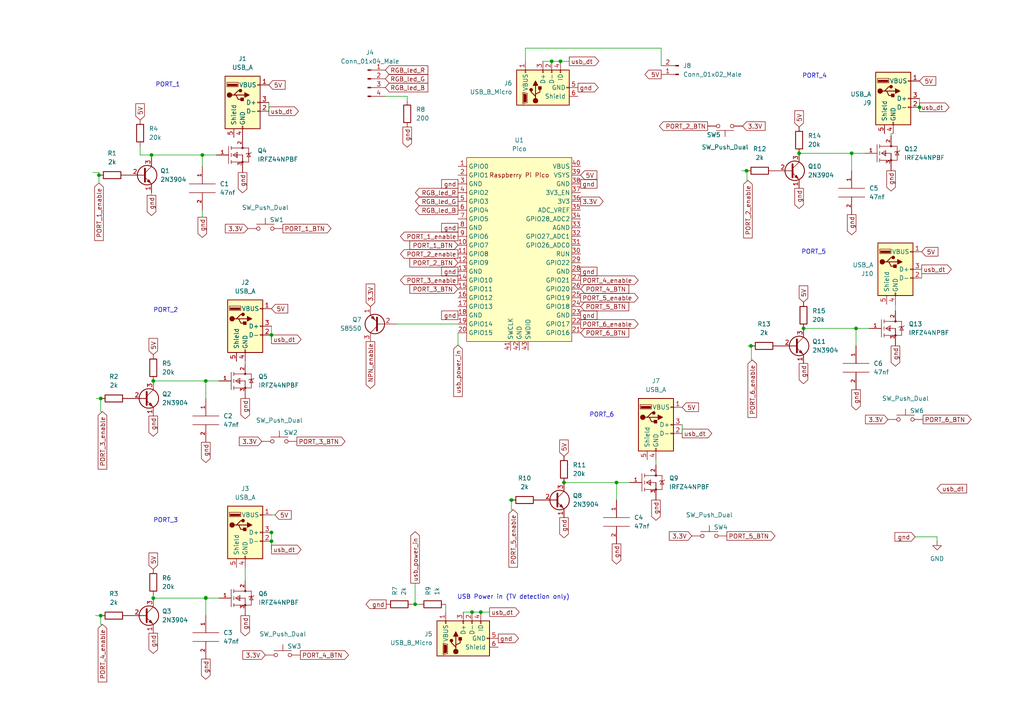
<source format=kicad_sch>
(kicad_sch (version 20211123) (generator eeschema)
  (paper "A4")
  (lib_symbols
    (symbol "Connector:Conn_01x02_Male" (pin_names (offset 1.016) hide)
      (property "Reference" "J" (at 0 2.54 0))
      (property "Value" "Conn_01x02_Male" (at 0 -5.08 0))
      (symbol "Conn_01x02_Male_1_1"
        (polyline (pts (xy 1.27 -2.54) (xy 0.8636 -2.54)) (stroke (width 0.1524)))
        (polyline (pts (xy 1.27 0) (xy 0.8636 0)) (stroke (width 0.1524)))
        (rectangle (start 0.8636 -2.413) (end 0 -2.667) (stroke (width 0.1524)) (fill (type outline)))
        (rectangle (start 0.8636 0.127) (end 0 -0.127) (stroke (width 0.1524)) (fill (type outline)))
        (pin passive line (at 5.08 0 180) (length 3.81) (name "Pin_1") (number "1"))
        (pin passive line (at 5.08 -2.54 180) (length 3.81) (name "Pin_2") (number "2"))
      )
    )
    (symbol "Connector:Conn_01x04_Male" (pin_names (offset 1.016) hide)
      (property "Reference" "J" (at 0 5.08 0))
      (property "Value" "Conn_01x04_Male" (at 0 -7.62 0))
      (symbol "Conn_01x04_Male_1_1"
        (polyline (pts (xy 1.27 -5.08) (xy 0.8636 -5.08)) (stroke (width 0.1524)))
        (polyline (pts (xy 1.27 -2.54) (xy 0.8636 -2.54)) (stroke (width 0.1524)))
        (polyline (pts (xy 1.27 0) (xy 0.8636 0)) (stroke (width 0.1524)))
        (polyline (pts (xy 1.27 2.54) (xy 0.8636 2.54)) (stroke (width 0.1524)))
        (rectangle (start 0.8636 -4.953) (end 0 -5.207) (stroke (width 0.1524)) (fill (type outline)))
        (rectangle (start 0.8636 -2.413) (end 0 -2.667) (stroke (width 0.1524)) (fill (type outline)))
        (rectangle (start 0.8636 0.127) (end 0 -0.127) (stroke (width 0.1524)) (fill (type outline)))
        (rectangle (start 0.8636 2.667) (end 0 2.413) (stroke (width 0.1524)) (fill (type outline)))
        (pin passive line (at 5.08 2.54 180) (length 3.81) (name "Pin_1") (number "1"))
        (pin passive line (at 5.08 0 180) (length 3.81) (name "Pin_2") (number "2"))
        (pin passive line (at 5.08 -2.54 180) (length 3.81) (name "Pin_3") (number "3"))
        (pin passive line (at 5.08 -5.08 180) (length 3.81) (name "Pin_4") (number "4"))
      )
    )
    (symbol "Connector:USB_A" (pin_names (offset 1.016))
      (property "Reference" "J" (at -5.08 11.43 0))
      (property "Value" "USB_A" (at -5.08 8.89 0))
      (symbol "USB_A_0_1"
        (rectangle (start -5.08 -7.62) (end 5.08 7.62) (stroke (width 0.254)) (fill (type background)))
        (circle (center -3.81 2.159) (radius 0.635) (stroke (width 0.254)) (fill (type outline)))
        (rectangle (start -1.524 4.826) (end -4.318 5.334) (fill (type outline)))
        (rectangle (start -1.27 4.572) (end -4.572 5.842))
        (circle (center -0.635 3.429) (radius 0.381) (stroke (width 0.254)) (fill (type outline)))
        (rectangle (start -0.127 -7.62) (end 0.127 -6.858))
        (polyline (pts (xy -3.175 2.159) (xy -2.54 2.159) (xy -1.27 3.429) (xy -0.635 3.429)) (stroke (width 0.254)))
        (polyline (pts (xy -2.54 2.159) (xy -1.905 2.159) (xy -1.27 0.889) (xy 0 0.889)) (stroke (width 0.254)))
        (polyline (pts (xy 0.635 2.794) (xy 0.635 1.524) (xy 1.905 2.159) (xy 0.635 2.794)) (stroke (width 0.254)) (fill (type outline)))
        (rectangle (start 0.254 1.27) (end -0.508 0.508) (stroke (width 0.254)) (fill (type outline)))
        (rectangle (start 5.08 -2.667) (end 4.318 -2.413))
        (rectangle (start 5.08 -0.127) (end 4.318 0.127))
        (rectangle (start 5.08 4.953) (end 4.318 5.207))
      )
      (symbol "USB_A_1_1"
        (polyline (pts (xy -1.905 2.159) (xy 0.635 2.159)) (stroke (width 0.254)))
        (pin power_in line (at 7.62 5.08 180) (length 2.54) (name "VBUS") (number "1"))
        (pin bidirectional line (at 7.62 -2.54 180) (length 2.54) (name "D-") (number "2"))
        (pin bidirectional line (at 7.62 0 180) (length 2.54) (name "D+") (number "3"))
        (pin power_in line (at 0 -10.16 90) (length 2.54) (name "GND") (number "4"))
        (pin passive line (at -2.54 -10.16 90) (length 2.54) (name "Shield") (number "5"))
      )
    )
    (symbol "Connector:USB_B_Micro" (pin_names (offset 1.016))
      (property "Reference" "J" (at -5.08 11.43 0))
      (property "Value" "USB_B_Micro" (at -5.08 8.89 0))
      (symbol "USB_B_Micro_0_1"
        (rectangle (start -5.08 -7.62) (end 5.08 7.62) (stroke (width 0.254)) (fill (type background)))
        (circle (center -3.81 2.159) (radius 0.635) (stroke (width 0.254)) (fill (type outline)))
        (circle (center -0.635 3.429) (radius 0.381) (stroke (width 0.254)) (fill (type outline)))
        (rectangle (start -0.127 -7.62) (end 0.127 -6.858))
        (polyline (pts (xy -1.905 2.159) (xy 0.635 2.159)) (stroke (width 0.254)))
        (polyline (pts (xy -3.175 2.159) (xy -2.54 2.159) (xy -1.27 3.429) (xy -0.635 3.429)) (stroke (width 0.254)))
        (polyline (pts (xy -2.54 2.159) (xy -1.905 2.159) (xy -1.27 0.889) (xy 0 0.889)) (stroke (width 0.254)))
        (polyline (pts (xy 0.635 2.794) (xy 0.635 1.524) (xy 1.905 2.159) (xy 0.635 2.794)) (stroke (width 0.254)) (fill (type outline)))
        (polyline (pts (xy -4.318 5.588) (xy -1.778 5.588) (xy -2.032 4.826) (xy -4.064 4.826) (xy -4.318 5.588)) (fill (type outline)))
        (polyline (pts (xy -4.699 5.842) (xy -4.699 5.588) (xy -4.445 4.826) (xy -4.445 4.572) (xy -1.651 4.572) (xy -1.651 4.826) (xy -1.397 5.588) (xy -1.397 5.842) (xy -4.699 5.842)))
        (rectangle (start 0.254 1.27) (end -0.508 0.508) (stroke (width 0.254)) (fill (type outline)))
        (rectangle (start 5.08 -5.207) (end 4.318 -4.953))
        (rectangle (start 5.08 -2.667) (end 4.318 -2.413))
        (rectangle (start 5.08 -0.127) (end 4.318 0.127))
        (rectangle (start 5.08 4.953) (end 4.318 5.207))
      )
      (symbol "USB_B_Micro_1_1"
        (pin power_out line (at 7.62 5.08 180) (length 2.54) (name "VBUS") (number "1"))
        (pin bidirectional line (at 7.62 -2.54 180) (length 2.54) (name "D-") (number "2"))
        (pin bidirectional line (at 7.62 0 180) (length 2.54) (name "D+") (number "3"))
        (pin passive line (at 7.62 -5.08 180) (length 2.54) (name "ID") (number "4"))
        (pin power_out line (at 0 -10.16 90) (length 2.54) (name "GND") (number "5"))
        (pin passive line (at -2.54 -10.16 90) (length 2.54) (name "Shield") (number "6"))
      )
    )
    (symbol "Device:R" (pin_numbers hide) (pin_names (offset 0))
      (property "Reference" "R" (at 2.032 0 90))
      (property "Value" "R" (at 0 0 90))
      (symbol "R_0_1"
        (rectangle (start -1.016 -2.54) (end 1.016 2.54) (stroke (width 0.254)))
      )
      (symbol "R_1_1"
        (pin passive line (at 0 3.81 270) (length 1.27) (name "~") (number "1"))
        (pin passive line (at 0 -3.81 90) (length 1.27) (name "~") (number "2"))
      )
    )
    (symbol "MCU_RaspberryPi_and_Boards:Pico"
      (property "Reference" "U" (at -13.97 27.94 0))
      (property "Value" "Pico" (at 0 19.05 0))
      (symbol "Pico_0_0"
        (text "Raspberry Pi Pico" (at 0 21.59 0) (effects (font (size 1.27 1.27))))
      )
      (symbol "Pico_0_1"
        (rectangle (start -15.24 26.67) (end 15.24 -26.67) (fill (type background)))
      )
      (symbol "Pico_1_1"
        (pin bidirectional line (at -17.78 24.13 0) (length 2.54) (name "GPIO0") (number "1"))
        (pin bidirectional line (at -17.78 1.27 0) (length 2.54) (name "GPIO7") (number "10"))
        (pin bidirectional line (at -17.78 -1.27 0) (length 2.54) (name "GPIO8") (number "11"))
        (pin bidirectional line (at -17.78 -3.81 0) (length 2.54) (name "GPIO9") (number "12"))
        (pin power_in line (at -17.78 -6.35 0) (length 2.54) (name "GND") (number "13"))
        (pin bidirectional line (at -17.78 -8.89 0) (length 2.54) (name "GPIO10") (number "14"))
        (pin bidirectional line (at -17.78 -11.43 0) (length 2.54) (name "GPIO11") (number "15"))
        (pin bidirectional line (at -17.78 -13.97 0) (length 2.54) (name "GPIO12") (number "16"))
        (pin bidirectional line (at -17.78 -16.51 0) (length 2.54) (name "GPIO13") (number "17"))
        (pin power_in line (at -17.78 -19.05 0) (length 2.54) (name "GND") (number "18"))
        (pin bidirectional line (at -17.78 -21.59 0) (length 2.54) (name "GPIO14") (number "19"))
        (pin bidirectional line (at -17.78 21.59 0) (length 2.54) (name "GPIO1") (number "2"))
        (pin bidirectional line (at -17.78 -24.13 0) (length 2.54) (name "GPIO15") (number "20"))
        (pin bidirectional line (at 17.78 -24.13 180) (length 2.54) (name "GPIO16") (number "21"))
        (pin bidirectional line (at 17.78 -21.59 180) (length 2.54) (name "GPIO17") (number "22"))
        (pin power_in line (at 17.78 -19.05 180) (length 2.54) (name "GND") (number "23"))
        (pin bidirectional line (at 17.78 -16.51 180) (length 2.54) (name "GPIO18") (number "24"))
        (pin bidirectional line (at 17.78 -13.97 180) (length 2.54) (name "GPIO19") (number "25"))
        (pin bidirectional line (at 17.78 -11.43 180) (length 2.54) (name "GPIO20") (number "26"))
        (pin bidirectional line (at 17.78 -8.89 180) (length 2.54) (name "GPIO21") (number "27"))
        (pin power_in line (at 17.78 -6.35 180) (length 2.54) (name "GND") (number "28"))
        (pin bidirectional line (at 17.78 -3.81 180) (length 2.54) (name "GPIO22") (number "29"))
        (pin power_in line (at -17.78 19.05 0) (length 2.54) (name "GND") (number "3"))
        (pin input line (at 17.78 -1.27 180) (length 2.54) (name "RUN") (number "30"))
        (pin bidirectional line (at 17.78 1.27 180) (length 2.54) (name "GPIO26_ADC0") (number "31"))
        (pin bidirectional line (at 17.78 3.81 180) (length 2.54) (name "GPIO27_ADC1") (number "32"))
        (pin power_in line (at 17.78 6.35 180) (length 2.54) (name "AGND") (number "33"))
        (pin bidirectional line (at 17.78 8.89 180) (length 2.54) (name "GPIO28_ADC2") (number "34"))
        (pin power_in line (at 17.78 11.43 180) (length 2.54) (name "ADC_VREF") (number "35"))
        (pin power_in line (at 17.78 13.97 180) (length 2.54) (name "3V3") (number "36"))
        (pin input line (at 17.78 16.51 180) (length 2.54) (name "3V3_EN") (number "37"))
        (pin bidirectional line (at 17.78 19.05 180) (length 2.54) (name "GND") (number "38"))
        (pin power_in line (at 17.78 21.59 180) (length 2.54) (name "VSYS") (number "39"))
        (pin bidirectional line (at -17.78 16.51 0) (length 2.54) (name "GPIO2") (number "4"))
        (pin power_in line (at 17.78 24.13 180) (length 2.54) (name "VBUS") (number "40"))
        (pin input line (at -2.54 -29.21 90) (length 2.54) (name "SWCLK") (number "41"))
        (pin power_in line (at 0 -29.21 90) (length 2.54) (name "GND") (number "42"))
        (pin bidirectional line (at 2.54 -29.21 90) (length 2.54) (name "SWDIO") (number "43"))
        (pin bidirectional line (at -17.78 13.97 0) (length 2.54) (name "GPIO3") (number "5"))
        (pin bidirectional line (at -17.78 11.43 0) (length 2.54) (name "GPIO4") (number "6"))
        (pin bidirectional line (at -17.78 8.89 0) (length 2.54) (name "GPIO5") (number "7"))
        (pin power_in line (at -17.78 6.35 0) (length 2.54) (name "GND") (number "8"))
        (pin bidirectional line (at -17.78 3.81 0) (length 2.54) (name "GPIO6") (number "9"))
      )
    )
    (symbol "Switch:SW_Push" (pin_numbers hide) (pin_names (offset 1.016) hide)
      (property "Reference" "SW" (at 1.27 2.54 0))
      (property "Value" "SW_Push" (at 0 -1.524 0))
      (symbol "SW_Push_0_1"
        (circle (center -2.032 0) (radius 0.508))
        (polyline (pts (xy 0 1.27) (xy 0 3.048)))
        (polyline (pts (xy 2.54 1.27) (xy -2.54 1.27)))
        (circle (center 2.032 0) (radius 0.508))
        (pin passive line (at -5.08 0 0) (length 2.54) (name "1") (number "1"))
        (pin passive line (at 5.08 0 180) (length 2.54) (name "2") (number "2"))
      )
    )
    (symbol "Transistor_BJT:2N3904" (pin_names (offset 0) hide)
      (property "Reference" "Q" (at 5.08 1.905 0))
      (property "Value" "2N3904" (at 5.08 0 0))
      (symbol "2N3904_0_1"
        (polyline (pts (xy 0.635 0.635) (xy 2.54 2.54)))
        (polyline (pts (xy 0.635 -0.635) (xy 2.54 -2.54) (xy 2.54 -2.54)))
        (polyline (pts (xy 0.635 1.905) (xy 0.635 -1.905) (xy 0.635 -1.905)) (stroke (width 0.508)))
        (polyline (pts (xy 1.27 -1.778) (xy 1.778 -1.27) (xy 2.286 -2.286) (xy 1.27 -1.778) (xy 1.27 -1.778)) (fill (type outline)))
        (circle (center 1.27 0) (radius 2.8194) (stroke (width 0.254)))
      )
      (symbol "2N3904_1_1"
        (pin passive line (at 2.54 -5.08 90) (length 2.54) (name "E") (number "1"))
        (pin passive line (at -5.08 0 0) (length 5.715) (name "B") (number "2"))
        (pin passive line (at 2.54 5.08 270) (length 2.54) (name "C") (number "3"))
      )
    )
    (symbol "Transistor_BJT:S8550" (pin_names (offset 0) hide)
      (property "Reference" "Q" (at 5.08 1.905 0))
      (property "Value" "S8550" (at 5.08 0 0))
      (symbol "S8550_0_1"
        (polyline (pts (xy 0 0) (xy 0.635 0)))
        (polyline (pts (xy 2.54 -2.54) (xy 0.635 -0.635)))
        (polyline (pts (xy 2.54 2.54) (xy 0.635 0.635)))
        (polyline (pts (xy 0.635 1.905) (xy 0.635 -1.905) (xy 0.635 -1.905)) (stroke (width 0.508)) (fill (type outline)))
        (polyline (pts (xy 1.778 -2.286) (xy 2.286 -1.778) (xy 1.27 -1.27) (xy 1.778 -2.286) (xy 1.778 -2.286)) (fill (type outline)))
        (circle (center 1.27 0) (radius 2.8194) (stroke (width 0.254)))
      )
      (symbol "S8550_1_1"
        (pin passive line (at 2.54 -5.08 90) (length 2.54) (name "E") (number "1"))
        (pin input line (at -5.08 0 0) (length 5.08) (name "B") (number "2"))
        (pin passive line (at 2.54 5.08 270) (length 2.54) (name "C") (number "3"))
      )
    )
    (symbol "eec:IRFZ44NPBF" (pin_names (offset 1.016))
      (property "Reference" "Q" (at 0 7.62 0))
      (property "Value" "IRFZ44NPBF" (at 0 10.16 0))
      (symbol "IRFZ44NPBF_1_1"
        (polyline (pts (xy 6.096 -2.54) (xy 6.096 2.54)))
        (polyline (pts (xy 6.858 -2.032) (xy 10.16 -2.032)))
        (polyline (pts (xy 6.858 -1.524) (xy 6.858 -2.54)))
        (polyline (pts (xy 6.858 0.508) (xy 6.858 -0.508)))
        (polyline (pts (xy 6.858 1.524) (xy 6.858 2.54)))
        (polyline (pts (xy 6.858 2.032) (xy 10.16 2.032)))
        (polyline (pts (xy 7.366 0) (xy 8.636 -0.762)))
        (polyline (pts (xy 7.366 0) (xy 8.636 0.762)))
        (polyline (pts (xy 7.62 0) (xy 10.16 0)))
        (polyline (pts (xy 8.382 0.254) (xy 8.382 -0.508)))
        (polyline (pts (xy 8.636 0.762) (xy 8.636 -0.762)))
        (polyline (pts (xy 10.16 -2.032) (xy 11.938 -2.032)))
        (polyline (pts (xy 11.43 -0.508) (xy 12.446 -0.508)))
        (polyline (pts (xy 11.43 0.508) (xy 11.176 0.254)))
        (polyline (pts (xy 11.938 -2.032) (xy 11.938 2.032)))
        (polyline (pts (xy 11.938 0.508) (xy 11.43 -0.508)))
        (polyline (pts (xy 11.938 0.508) (xy 11.43 0.508)))
        (polyline (pts (xy 11.938 0.508) (xy 12.446 0.508)))
        (polyline (pts (xy 11.938 2.032) (xy 10.16 2.032)))
        (polyline (pts (xy 12.446 -0.508) (xy 11.938 0.508)))
        (polyline (pts (xy 12.446 0.508) (xy 12.7 0.762)))
        (circle (center 10.16 -2.032) (radius 0.254))
        (circle (center 10.16 2.032) (radius 0.254))
        (pin unspecified line (at 2.54 0 0) (length 3.556) (name "GATE") (number "1"))
        (pin unspecified line (at 10.16 5.08 270) (length 3.048) (name "DRAIN") (number "2"))
        (pin unspecified line (at 10.16 -5.08 90) (length 5.08) (name "SOURCE") (number "3"))
      )
    )
    (symbol "power:GND" (power) (pin_names (offset 0))
      (property "Value" "GND" (at 0 -3.81 0))
      (symbol "GND_0_1"
        (polyline (pts (xy 0 0) (xy 0 -1.27) (xy 1.27 -1.27) (xy 0 -2.54) (xy -1.27 -1.27) (xy 0 -1.27)))
      )
      (symbol "GND_1_1"
        (pin power_in line (at 0 0 270) (length 0) hide (name "GND") (number "1"))
      )
    )
    (symbol "pspice:CAP" (pin_names (offset 0.254))
      (property "Reference" "C" (at 2.54 3.81 90))
      (property "Value" "CAP" (at 2.54 -3.81 90))
      (symbol "CAP_0_1"
        (polyline (pts (xy -3.81 -1.27) (xy 3.81 -1.27)))
        (polyline (pts (xy -3.81 1.27) (xy 3.81 1.27)))
      )
      (symbol "CAP_1_1"
        (pin passive line (at 0 6.35 270) (length 5.08) (name "~") (number "1"))
        (pin passive line (at 0 -6.35 90) (length 5.08) (name "~") (number "2"))
      )
    )
  )
  (junction (at 266.7 31.115))
  (junction (at 43.942 44.958))
  (junction (at 247.015 44.45))
  (junction (at 136.906 177.546))
  (junction (at 28.702 50.8))
  (junction (at 162.56 17.78))
  (junction (at 216.535 49.53))
  (junction (at 44.45 110.49))
  (junction (at 231.775 44.45))
  (junction (at 233.045 95.25))
  (junction (at 78.74 154.432))
  (junction (at 59.69 173.355))
  (junction (at 163.576 139.954))
  (junction (at 120.396 175.26))
  (junction (at 58.674 44.958))
  (junction (at 44.45 173.482))
  (junction (at 78.74 156.972))
  (junction (at 59.69 110.49))
  (junction (at 29.21 178.562))
  (junction (at 59.69 173.482))
  (junction (at 160.02 17.78))
  (junction (at 178.816 139.954))
  (junction (at 148.336 145.034))
  (junction (at 248.285 95.25))
  (junction (at 29.21 115.57))
  (junction (at 78.74 97.155))
  (junction (at 139.446 177.546))
  (junction (at 217.805 100.33))
  (wire (pts (xy 27.94 115.57) (xy 29.21 115.57)))
  (wire (pts (xy 78.74 154.432) (xy 78.74 156.972)))
  (wire (pts (xy 148.336 145.034) (xy 148.336 147.828)))
  (wire (pts (xy 78.74 154.305) (xy 78.74 154.432)))
  (wire (pts (xy 40.64 42.418) (xy 40.64 44.958)))
  (wire (pts (xy 58.674 44.958) (xy 62.738 44.958)))
  (wire (pts (xy 77.978 29.718) (xy 77.978 32.258)))
  (wire (pts (xy 247.015 44.45) (xy 247.015 49.53)))
  (wire (pts (xy 231.775 44.45) (xy 247.015 44.45)))
  (wire (pts (xy 29.21 178.562) (xy 29.21 181.102)))
  (wire (pts (xy 147.574 145.034) (xy 148.336 145.034)))
  (wire (pts (xy 29.21 181.102) (xy 29.718 181.102)))
  (wire (pts (xy 115.062 93.98) (xy 132.842 93.98)))
  (wire (pts (xy 136.906 177.546) (xy 139.446 177.546)))
  (wire (pts (xy 59.69 173.482) (xy 59.69 178.435)))
  (wire (pts (xy 120.396 175.26) (xy 121.666 175.26)))
  (wire (pts (xy 271.78 155.702) (xy 271.78 156.972)))
  (wire (pts (xy 267.335 80.645) (xy 267.335 78.105)))
  (wire (pts (xy 266.7 31.115) (xy 265.43 31.115)))
  (wire (pts (xy 129.286 175.26) (xy 129.286 177.546)))
  (wire (pts (xy 44.45 173.482) (xy 59.69 173.482)))
  (wire (pts (xy 43.942 55.88) (xy 43.942 56.642)))
  (wire (pts (xy 160.02 17.78) (xy 162.56 17.78)))
  (wire (pts (xy 134.366 177.546) (xy 136.906 177.546)))
  (wire (pts (xy 216.662 52.324) (xy 216.916 52.324)))
  (wire (pts (xy 216.535 49.53) (xy 216.662 49.53)))
  (wire (pts (xy 44.45 172.72) (xy 44.45 173.482)))
  (wire (pts (xy 258.445 38.735) (xy 258.445 39.37)))
  (wire (pts (xy 217.805 100.33) (xy 217.932 100.33)))
  (wire (pts (xy 59.69 173.355) (xy 59.69 173.482)))
  (wire (pts (xy 216.662 49.53) (xy 216.662 52.324)))
  (wire (pts (xy 27.686 178.562) (xy 29.21 178.562)))
  (wire (pts (xy 178.816 139.954) (xy 182.626 139.954)))
  (wire (pts (xy 111.76 27.94) (xy 118.11 27.94)))
  (wire (pts (xy 40.64 44.958) (xy 43.942 44.958)))
  (wire (pts (xy 191.77 13.97) (xy 191.77 19.05)))
  (wire (pts (xy 152.4 13.97) (xy 191.77 13.97)))
  (wire (pts (xy 215.138 49.53) (xy 216.535 49.53)))
  (wire (pts (xy 29.21 119.38) (xy 29.718 119.38)))
  (wire (pts (xy 265.43 155.702) (xy 271.78 155.702)))
  (wire (pts (xy 216.916 100.33) (xy 217.805 100.33)))
  (wire (pts (xy 71.12 164.592) (xy 71.12 168.402)))
  (wire (pts (xy 162.56 17.78) (xy 165.1 17.78)))
  (wire (pts (xy 148.336 147.828) (xy 148.844 147.828)))
  (wire (pts (xy 78.74 94.615) (xy 78.74 97.155)))
  (wire (pts (xy 139.446 177.546) (xy 141.986 177.546)))
  (wire (pts (xy 58.674 44.958) (xy 58.674 48.26)))
  (wire (pts (xy 59.69 173.482) (xy 63.5 173.482)))
  (wire (pts (xy 152.4 17.78) (xy 152.4 13.97)))
  (wire (pts (xy 44.45 110.49) (xy 59.69 110.49)))
  (wire (pts (xy 217.932 100.33) (xy 217.932 104.394)))
  (wire (pts (xy 28.702 50.8) (xy 28.702 53.086)))
  (wire (pts (xy 29.21 115.57) (xy 29.21 119.38)))
  (wire (pts (xy 28.702 50.038) (xy 28.702 50.8)))
  (wire (pts (xy 132.842 96.52) (xy 132.842 100.076)))
  (wire (pts (xy 71.12 104.775) (xy 71.12 105.41)))
  (wire (pts (xy 217.932 104.394) (xy 218.186 104.394)))
  (wire (pts (xy 157.48 17.78) (xy 160.02 17.78)))
  (wire (pts (xy 266.7 31.115) (xy 266.7 28.575)))
  (wire (pts (xy 43.942 44.958) (xy 43.942 45.72)))
  (wire (pts (xy 247.015 44.45) (xy 250.825 44.45)))
  (wire (pts (xy 119.634 175.26) (xy 120.396 175.26)))
  (wire (pts (xy 59.69 110.49) (xy 59.69 115.57)))
  (wire (pts (xy 197.866 123.19) (xy 197.866 125.73)))
  (wire (pts (xy 118.11 27.94) (xy 118.11 29.21)))
  (wire (pts (xy 248.285 95.25) (xy 252.095 95.25)))
  (wire (pts (xy 120.396 169.164) (xy 120.396 175.26)))
  (wire (pts (xy 233.045 95.25) (xy 248.285 95.25)))
  (wire (pts (xy 178.816 139.954) (xy 178.816 145.034)))
  (wire (pts (xy 43.942 44.958) (xy 58.674 44.958)))
  (wire (pts (xy 259.08 38.735) (xy 258.445 38.735)))
  (wire (pts (xy 78.74 97.155) (xy 78.74 98.425)))
  (wire (pts (xy 26.924 50.038) (xy 28.702 50.038)))
  (wire (pts (xy 248.285 95.25) (xy 248.285 100.33)))
  (wire (pts (xy 78.74 149.352) (xy 79.756 149.352)))
  (wire (pts (xy 190.246 133.35) (xy 190.246 134.874)))
  (wire (pts (xy 259.715 88.265) (xy 259.715 90.17)))
  (wire (pts (xy 163.576 139.954) (xy 178.816 139.954)))
  (wire (pts (xy 59.69 110.49) (xy 63.5 110.49)))
  (wire (pts (xy 78.74 156.972) (xy 78.74 159.385)))
  (wire (pts (xy 58.674 60.96) (xy 58.674 62.992)))
  (text "PORT_2" (at 44.45 90.805 0) (effects (font (size 1.27 1.27)) (justify left bottom)))
  (text "PORT_3" (at 44.45 151.765 0) (effects (font (size 1.27 1.27)) (justify left bottom)))
  (text "PORT_5" (at 232.41 73.914 0) (effects (font (size 1.27 1.27)) (justify left bottom)))
  (text "USB Power in (TV detection only)" (at 132.588 173.99 0) (effects (font (size 1.27 1.27)) (justify left bottom)))
  (text "PORT_4" (at 232.664 22.86 0) (effects (font (size 1.27 1.27)) (justify left bottom)))
  (text "PORT_1" (at 45.085 25.4 0) (effects (font (size 1.27 1.27)) (justify left bottom)))
  (text "PORT_6" (at 170.942 121.158 0) (effects (font (size 1.27 1.27)) (justify left bottom)))
  (global_label "5V" (shape input) (at 44.45 102.87 90) (property "Intersheet References" "${INTERSHEET_REFS}" (effects hide)))
  (global_label "PORT_4_BTN" (shape input) (at 168.402 83.82 0) (property "Intersheet References" "${INTERSHEET_REFS}" (effects hide)))
  (global_label "3.3V" (shape input) (at 107.442 88.9 90) (property "Intersheet References" "${INTERSHEET_REFS}" (effects hide)))
  (global_label "PORT_2_BTN" (shape input) (at 132.842 76.2 180) (property "Intersheet References" "${INTERSHEET_REFS}" (effects hide)))
  (global_label "gnd" (shape output) (at 71.12 178.562 270) (property "Intersheet References" "${INTERSHEET_REFS}" (effects hide)))
  (global_label "gnd" (shape output) (at 59.69 128.27 270) (property "Intersheet References" "${INTERSHEET_REFS}" (effects hide)))
  (global_label "PORT_1_BTN" (shape output) (at 82.042 66.294 0) (property "Intersheet References" "${INTERSHEET_REFS}" (effects hide)))
  (global_label "gnd" (shape output) (at 43.942 56.642 270) (property "Intersheet References" "${INTERSHEET_REFS}" (effects hide)))
  (global_label "gnd" (shape output) (at 259.715 100.33 270) (property "Intersheet References" "${INTERSHEET_REFS}" (effects hide)))
  (global_label "PORT_3_BTN" (shape input) (at 132.842 83.82 180) (property "Intersheet References" "${INTERSHEET_REFS}" (effects hide)))
  (global_label "PORT_2_enable" (shape output) (at 132.842 73.66 180) (property "Intersheet References" "${INTERSHEET_REFS}" (effects hide)))
  (global_label "gnd" (shape output) (at 71.12 115.57 270) (property "Intersheet References" "${INTERSHEET_REFS}" (effects hide)))
  (global_label "usb_dt" (shape output) (at 78.74 98.425 0) (property "Intersheet References" "${INTERSHEET_REFS}" (effects hide)))
  (global_label "3.3V" (shape input) (at 71.882 66.294 180) (property "Intersheet References" "${INTERSHEET_REFS}" (effects hide)))
  (global_label "3.3V" (shape input) (at 200.66 155.448 180) (property "Intersheet References" "${INTERSHEET_REFS}" (effects hide)))
  (global_label "gnd" (shape output) (at 118.11 36.83 270) (property "Intersheet References" "${INTERSHEET_REFS}" (effects hide)))
  (global_label "gnd" (shape passive) (at 168.402 78.74 0) (property "Intersheet References" "${INTERSHEET_REFS}" (effects hide)))
  (global_label "RGB_led_B" (shape output) (at 132.842 60.96 180) (property "Intersheet References" "${INTERSHEET_REFS}" (effects hide)))
  (global_label "5V" (shape input) (at 267.335 73.025 0) (property "Intersheet References" "${INTERSHEET_REFS}" (effects hide)))
  (global_label "3.3V" (shape input) (at 76.962 189.992 180) (property "Intersheet References" "${INTERSHEET_REFS}" (effects hide)))
  (global_label "PORT_6_BTN" (shape input) (at 168.402 96.52 0) (property "Intersheet References" "${INTERSHEET_REFS}" (effects hide)))
  (global_label "PORT_1_enable" (shape input) (at 28.702 53.086 270) (property "Intersheet References" "${INTERSHEET_REFS}" (effects hide)))
  (global_label "PORT_5_BTN" (shape output) (at 210.82 155.448 0) (property "Intersheet References" "${INTERSHEET_REFS}" (effects hide)))
  (global_label "gnd" (shape output) (at 233.045 105.41 270) (property "Intersheet References" "${INTERSHEET_REFS}" (effects hide)))
  (global_label "gnd" (shape output) (at 248.285 113.03 270) (property "Intersheet References" "${INTERSHEET_REFS}" (effects hide)))
  (global_label "5V" (shape input) (at 233.045 87.63 90) (property "Intersheet References" "${INTERSHEET_REFS}" (effects hide)))
  (global_label "PORT_4_enable" (shape output) (at 168.402 81.28 0) (property "Intersheet References" "${INTERSHEET_REFS}" (effects hide)))
  (global_label "gnd" (shape passive) (at 132.842 91.44 180) (property "Intersheet References" "${INTERSHEET_REFS}" (effects hide)))
  (global_label "gnd" (shape output) (at 178.816 157.734 270) (property "Intersheet References" "${INTERSHEET_REFS}" (effects hide)))
  (global_label "gnd" (shape output) (at 112.014 175.26 180) (property "Intersheet References" "${INTERSHEET_REFS}" (effects hide)))
  (global_label "gnd" (shape output) (at 258.445 49.53 270) (property "Intersheet References" "${INTERSHEET_REFS}" (effects hide)))
  (global_label "usb_dt" (shape output) (at 267.335 78.105 0) (property "Intersheet References" "${INTERSHEET_REFS}" (effects hide)))
  (global_label "3.3V" (shape input) (at 215.392 36.576 0) (property "Intersheet References" "${INTERSHEET_REFS}" (effects hide)))
  (global_label "5V" (shape input) (at 197.866 118.11 0) (property "Intersheet References" "${INTERSHEET_REFS}" (effects hide)))
  (global_label "gnd" (shape output) (at 144.526 185.166 0) (property "Intersheet References" "${INTERSHEET_REFS}" (effects hide)))
  (global_label "gnd" (shape output) (at 231.775 54.61 270) (property "Intersheet References" "${INTERSHEET_REFS}" (effects hide)))
  (global_label "PORT_5_BTN" (shape input) (at 168.402 88.9 0) (property "Intersheet References" "${INTERSHEET_REFS}" (effects hide)))
  (global_label "PORT_4_enable" (shape input) (at 29.718 181.102 270) (property "Intersheet References" "${INTERSHEET_REFS}" (effects hide)))
  (global_label "RGB_led_G" (shape input) (at 111.76 22.86 0) (property "Intersheet References" "${INTERSHEET_REFS}" (effects hide)))
  (global_label "PORT_3_BTN" (shape output) (at 86.106 128.016 0) (property "Intersheet References" "${INTERSHEET_REFS}" (effects hide)))
  (global_label "RGB_led_R" (shape output) (at 132.842 55.88 180) (property "Intersheet References" "${INTERSHEET_REFS}" (effects hide)))
  (global_label "5V" (shape input) (at 44.45 165.1 90) (property "Intersheet References" "${INTERSHEET_REFS}" (effects hide)))
  (global_label "RGB_led_R" (shape input) (at 111.76 20.32 0) (property "Intersheet References" "${INTERSHEET_REFS}" (effects hide)))
  (global_label "3.3V" (shape input) (at 75.946 128.016 180) (property "Intersheet References" "${INTERSHEET_REFS}" (effects hide)))
  (global_label "PORT_5_enable" (shape input) (at 148.844 147.828 270) (property "Intersheet References" "${INTERSHEET_REFS}" (effects hide)))
  (global_label "gnd" (shape output) (at 70.358 50.038 270) (property "Intersheet References" "${INTERSHEET_REFS}" (effects hide)))
  (global_label "PORT_2_enable" (shape input) (at 216.916 52.324 270) (property "Intersheet References" "${INTERSHEET_REFS}" (effects hide)))
  (global_label "3.3V" (shape input) (at 257.556 121.666 180) (property "Intersheet References" "${INTERSHEET_REFS}" (effects hide)))
  (global_label "gnd" (shape output) (at 190.246 145.034 270) (property "Intersheet References" "${INTERSHEET_REFS}" (effects hide)))
  (global_label "gnd" (shape input) (at 265.43 155.702 180) (property "Intersheet References" "${INTERSHEET_REFS}" (effects hide)))
  (global_label "PORT_2_BTN" (shape output) (at 205.232 36.576 180) (property "Intersheet References" "${INTERSHEET_REFS}" (effects hide)))
  (global_label "gnd" (shape output) (at 247.015 62.23 270) (property "Intersheet References" "${INTERSHEET_REFS}" (effects hide)))
  (global_label "5V" (shape input) (at 231.775 36.83 90) (property "Intersheet References" "${INTERSHEET_REFS}" (effects hide)))
  (global_label "3.3V" (shape output) (at 168.402 58.42 0) (property "Intersheet References" "${INTERSHEET_REFS}" (effects hide)))
  (global_label "usb_power_in" (shape input) (at 132.842 100.076 270) (property "Intersheet References" "${INTERSHEET_REFS}" (effects hide)))
  (global_label "5V" (shape input) (at 163.576 132.334 90) (property "Intersheet References" "${INTERSHEET_REFS}" (effects hide)))
  (global_label "gnd" (shape passive) (at 132.842 66.04 180) (property "Intersheet References" "${INTERSHEET_REFS}" (effects hide)))
  (global_label "PORT_3_enable" (shape output) (at 132.842 81.28 180) (property "Intersheet References" "${INTERSHEET_REFS}" (effects hide)))
  (global_label "RGB_led_G" (shape output) (at 132.842 58.42 180) (property "Intersheet References" "${INTERSHEET_REFS}" (effects hide)))
  (global_label "5V" (shape input) (at 266.7 23.495 0) (property "Intersheet References" "${INTERSHEET_REFS}" (effects hide)))
  (global_label "5V" (shape output) (at 191.77 21.59 180) (property "Intersheet References" "${INTERSHEET_REFS}" (effects hide)))
  (global_label "usb_dt" (shape output) (at 165.1 17.78 0) (property "Intersheet References" "${INTERSHEET_REFS}" (effects hide)))
  (global_label "PORT_1_enable" (shape output) (at 132.842 68.58 180) (property "Intersheet References" "${INTERSHEET_REFS}" (effects hide)))
  (global_label "PORT_4_BTN" (shape output) (at 87.122 189.992 0) (property "Intersheet References" "${INTERSHEET_REFS}" (effects hide)))
  (global_label "gnd" (shape output) (at 44.45 183.642 270) (property "Intersheet References" "${INTERSHEET_REFS}" (effects hide)))
  (global_label "NPN_enable" (shape output) (at 107.442 99.06 270) (property "Intersheet References" "${INTERSHEET_REFS}" (effects hide)))
  (global_label "usb_dt" (shape input) (at 271.78 141.732 0) (property "Intersheet References" "${INTERSHEET_REFS}" (effects hide)))
  (global_label "PORT_5_enable" (shape output) (at 168.402 86.36 0) (property "Intersheet References" "${INTERSHEET_REFS}" (effects hide)))
  (global_label "usb_dt" (shape output) (at 77.978 32.258 0) (property "Intersheet References" "${INTERSHEET_REFS}" (effects hide)))
  (global_label "5V" (shape input) (at 168.402 50.8 0) (property "Intersheet References" "${INTERSHEET_REFS}" (effects hide)))
  (global_label "PORT_3_enable" (shape input) (at 29.718 119.38 270) (property "Intersheet References" "${INTERSHEET_REFS}" (effects hide)))
  (global_label "gnd" (shape passive) (at 168.402 53.34 0) (property "Intersheet References" "${INTERSHEET_REFS}" (effects hide)))
  (global_label "gnd" (shape passive) (at 168.402 91.44 0) (property "Intersheet References" "${INTERSHEET_REFS}" (effects hide)))
  (global_label "usb_power_in" (shape output) (at 120.396 169.164 90) (property "Intersheet References" "${INTERSHEET_REFS}" (effects hide)))
  (global_label "gnd" (shape output) (at 44.45 120.65 270) (property "Intersheet References" "${INTERSHEET_REFS}" (effects hide)))
  (global_label "usb_dt" (shape output) (at 266.7 31.115 0) (property "Intersheet References" "${INTERSHEET_REFS}" (effects hide)))
  (global_label "5V" (shape input) (at 77.978 24.638 0) (property "Intersheet References" "${INTERSHEET_REFS}" (effects hide)))
  (global_label "PORT_6_enable" (shape output) (at 168.402 93.98 0) (property "Intersheet References" "${INTERSHEET_REFS}" (effects hide)))
  (global_label "5V" (shape input) (at 40.64 34.798 90) (property "Intersheet References" "${INTERSHEET_REFS}" (effects hide)))
  (global_label "gnd" (shape passive) (at 132.842 53.34 180) (property "Intersheet References" "${INTERSHEET_REFS}" (effects hide)))
  (global_label "PORT_6_enable" (shape input) (at 218.186 104.394 270) (property "Intersheet References" "${INTERSHEET_REFS}" (effects hide)))
  (global_label "usb_dt" (shape output) (at 78.74 159.385 0) (property "Intersheet References" "${INTERSHEET_REFS}" (effects hide)))
  (global_label "gnd" (shape passive) (at 132.842 78.74 180) (property "Intersheet References" "${INTERSHEET_REFS}" (effects hide)))
  (global_label "gnd" (shape output) (at 163.576 150.114 270) (property "Intersheet References" "${INTERSHEET_REFS}" (effects hide)))
  (global_label "usb_dt" (shape output) (at 197.866 125.73 0) (property "Intersheet References" "${INTERSHEET_REFS}" (effects hide)))
  (global_label "5V" (shape input) (at 79.756 149.352 0) (property "Intersheet References" "${INTERSHEET_REFS}" (effects hide)))
  (global_label "gnd" (shape output) (at 59.69 191.135 270) (property "Intersheet References" "${INTERSHEET_REFS}" (effects hide)))
  (global_label "usb_dt" (shape output) (at 141.986 177.546 0) (property "Intersheet References" "${INTERSHEET_REFS}" (effects hide)))
  (global_label "gnd" (shape output) (at 167.64 25.4 0) (property "Intersheet References" "${INTERSHEET_REFS}" (effects hide)))
  (global_label "RGB_led_B" (shape input) (at 111.76 25.4 0) (property "Intersheet References" "${INTERSHEET_REFS}" (effects hide)))
  (global_label "5V" (shape input) (at 78.74 89.535 0) (property "Intersheet References" "${INTERSHEET_REFS}" (effects hide)))
  (global_label "PORT_6_BTN" (shape output) (at 267.716 121.666 0) (property "Intersheet References" "${INTERSHEET_REFS}" (effects hide)))
  (global_label "gnd" (shape output) (at 58.674 62.992 270) (property "Intersheet References" "${INTERSHEET_REFS}" (effects hide)))
  (global_label "PORT_1_BTN" (shape input) (at 132.842 71.12 180) (property "Intersheet References" "${INTERSHEET_REFS}" (effects hide)))
  (symbol (lib_id "Connector:USB_A") (at 71.12 154.432 0) (unit 1)
    (property "Reference" "J3" (at 71.12 141.732 0))
    (property "Value" "USB_A" (at 71.12 144.272 0))
    (property "Footprint" "Connector_USB:USB_A_Molex_67643_Horizontal" (effects hide))
    (property "Datasheet" " ~" (effects hide))
  )
  (symbol (lib_id "Device:R") (at 33.02 115.57 90) (unit 1)
    (property "Reference" "R2" (at 33.02 109.22 90))
    (property "Value" "2k" (at 33.02 111.76 90))
    (property "Footprint" "Resistor_THT:R_Axial_DIN0207_L6.3mm_D2.5mm_P7.62mm_Horizontal" (effects hide))
  )
  (symbol (lib_id "Connector:USB_A") (at 70.358 29.718 0) (unit 1)
    (property "Reference" "J1" (at 70.358 17.018 0))
    (property "Value" "USB_A" (at 70.358 19.558 0))
    (property "Footprint" "Connector_USB:USB_A_Molex_67643_Horizontal" (effects hide))
    (property "Datasheet" " ~" (effects hide))
  )
  (symbol (lib_id "Transistor_BJT:2N3904") (at 41.402 50.8 0) (unit 1)
    (property "Reference" "Q1" (at 46.482 49.5299 0) (effects (justify left)))
    (property "Value" "2N3904" (at 46.482 52.0699 0) (effects (justify left)))
    (property "Footprint" "Package_TO_SOT_THT:TO-92_Inline" (effects hide))
    (property "Datasheet" "https://www.onsemi.com/pub/Collateral/2N3903-D.PDF" (effects hide))
  )
  (symbol (lib_id "Connector:USB_A") (at 259.08 28.575 0) (unit 1)
    (property "Reference" "J9" (at 252.73 29.8451 0) (effects (justify right)))
    (property "Value" "USB_A" (at 252.73 27.3051 0) (effects (justify right)))
    (property "Footprint" "Connector_USB:USB_A_Molex_67643_Horizontal" (effects hide))
    (property "Datasheet" " ~" (effects hide))
  )
  (symbol (lib_id "Device:R") (at 152.146 145.034 90) (unit 1)
    (property "Reference" "R10" (at 152.146 138.684 90))
    (property "Value" "2k" (at 152.146 141.224 90))
    (property "Footprint" "Resistor_THT:R_Axial_DIN0207_L6.3mm_D2.5mm_P7.62mm_Horizontal" (effects hide))
  )
  (symbol (lib_id "Transistor_BJT:2N3904") (at 230.505 100.33 0) (unit 1)
    (property "Reference" "Q11" (at 235.585 99.0599 0) (effects (justify left)))
    (property "Value" "2N3904" (at 235.585 101.5999 0) (effects (justify left)))
    (property "Footprint" "Package_TO_SOT_THT:TO-92_Inline" (effects hide))
    (property "Datasheet" "https://www.onsemi.com/pub/Collateral/2N3903-D.PDF" (effects hide))
  )
  (symbol (lib_id "Device:R") (at 163.576 136.144 0) (unit 1)
    (property "Reference" "R11" (at 166.116 134.8739 0) (effects (justify left)))
    (property "Value" "20k" (at 166.116 137.4139 0) (effects (justify left)))
    (property "Footprint" "Resistor_THT:R_Axial_DIN0207_L6.3mm_D2.5mm_P7.62mm_Horizontal" (effects hide))
  )
  (symbol (lib_id "pspice:CAP") (at 178.816 151.384 0) (unit 1)
    (property "Reference" "C4" (at 183.896 150.1139 0) (effects (justify left)))
    (property "Value" "47nf" (at 183.896 152.6539 0) (effects (justify left)))
    (property "Footprint" "Capacitor_THT:C_Disc_D3.8mm_W2.6mm_P2.50mm" (effects hide))
  )
  (symbol (lib_id "Device:R") (at 44.45 168.91 0) (unit 1)
    (property "Reference" "R6" (at 46.99 167.6399 0) (effects (justify left)))
    (property "Value" "20k" (at 46.99 170.1799 0) (effects (justify left)))
    (property "Footprint" "Resistor_THT:R_Axial_DIN0207_L6.3mm_D2.5mm_P7.62mm_Horizontal" (effects hide))
  )
  (symbol (lib_id "Device:R") (at 40.64 38.608 0) (unit 1)
    (property "Reference" "R4" (at 43.18 37.3379 0) (effects (justify left)))
    (property "Value" "20k" (at 43.18 39.8779 0) (effects (justify left)))
    (property "Footprint" "Resistor_THT:R_Axial_DIN0207_L6.3mm_D2.5mm_P7.62mm_Horizontal" (effects hide))
  )
  (symbol (lib_id "Transistor_BJT:2N3904") (at 41.91 115.57 0) (unit 1)
    (property "Reference" "Q2" (at 46.99 114.2999 0) (effects (justify left)))
    (property "Value" "2N3904" (at 46.99 116.8399 0) (effects (justify left)))
    (property "Footprint" "Package_TO_SOT_THT:TO-92_Inline" (effects hide))
    (property "Datasheet" "https://www.onsemi.com/pub/Collateral/2N3903-D.PDF" (effects hide))
  )
  (symbol (lib_id "Switch:SW_Push") (at 210.312 36.576 180) (unit 1)
    (property "Reference" "SW5" (at 209.042 39.116 0) (effects (justify left)))
    (property "Value" "SW_Push_Dual" (at 210.312 42.672 0))
    (property "Footprint" "Button_Switch_THT:SW_PUSH_6mm_H8.5mm" (effects hide))
  )
  (symbol (lib_id "Switch:SW_Push") (at 81.026 128.016 0) (unit 1)
    (property "Reference" "SW2" (at 82.296 125.476 0) (effects (justify left)))
    (property "Value" "SW_Push_Dual" (at 81.026 121.92 0))
    (property "Footprint" "Button_Switch_THT:SW_PUSH_6mm_H8.5mm" (effects hide))
  )
  (symbol (lib_id "eec:IRFZ44NPBF") (at 248.285 44.45 0) (unit 1)
    (property "Reference" "Q12" (at 262.255 43.1799 0) (effects (justify left)))
    (property "Value" "IRFZ44NPBF" (at 262.255 45.7199 0) (effects (justify left)))
    (property "Footprint" "eec:Infineon_Technologies_AG-IRFZ44NPBF-0" (effects hide))
    (property "Datasheet" "https://www.infineon.com/dgdl/irfz44npbf.pdf?fileId=5546d462533600a40153563b3a9f220d" (effects hide))
    (property "Current - Continuous Drain" "49A" (effects hide))
    (property "Drain to Source Voltage" "55V" (effects hide))
    (property "FET Type" "N-Channel" (effects hide))
    (property "Rds On" "17.5 mOhm" (effects hide))
    (property "category" "Trans" (effects hide))
    (property "digikey description" "N-Channel 55V 49A (Tc) 94W (Tc) Through Hole TO-220AB" (effects hide))
    (property "digikey part number" "IRFZ44NPBF-ND" (effects hide))
    (property "ipc land pattern name" "TO-220" (effects hide))
    (property "lead free" "yes" (effects hide))
    (property "library id" "28a2cf11992d899a" (effects hide))
    (property "manufacturer" "Infineon Technologies AG" (effects hide))
    (property "mouser part number" "942-IRFZ44NPBF" (effects hide))
    (property "package" "TO-220AB" (effects hide))
    (property "rohs" "yes" (effects hide))
    (property "temperature range high" "+175°C" (effects hide))
    (property "temperature range low" "-55°C" (effects hide))
  )
  (symbol (lib_id "Switch:SW_Push") (at 82.042 189.992 0) (unit 1)
    (property "Reference" "SW3" (at 83.312 187.452 0) (effects (justify left)))
    (property "Value" "SW_Push_Dual" (at 82.042 183.896 0))
    (property "Footprint" "Button_Switch_THT:SW_PUSH_6mm_H8.5mm" (effects hide))
  )
  (symbol (lib_id "Device:R") (at 220.345 49.53 90) (unit 1)
    (property "Reference" "R12" (at 220.345 43.18 90))
    (property "Value" "2k" (at 220.345 45.72 90))
    (property "Footprint" "Resistor_THT:R_Axial_DIN0207_L6.3mm_D2.5mm_P7.62mm_Horizontal" (effects hide))
  )
  (symbol (lib_id "Transistor_BJT:2N3904") (at 41.91 178.562 0) (unit 1)
    (property "Reference" "Q3" (at 46.99 177.2919 0) (effects (justify left)))
    (property "Value" "2N3904" (at 46.99 179.8319 0) (effects (justify left)))
    (property "Footprint" "Package_TO_SOT_THT:TO-92_Inline" (effects hide))
    (property "Datasheet" "https://www.onsemi.com/pub/Collateral/2N3903-D.PDF" (effects hide))
  )
  (symbol (lib_id "eec:IRFZ44NPBF") (at 180.086 139.954 0) (unit 1)
    (property "Reference" "Q9" (at 194.056 138.6839 0) (effects (justify left)))
    (property "Value" "IRFZ44NPBF" (at 194.056 141.2239 0) (effects (justify left)))
    (property "Footprint" "eec:Infineon_Technologies_AG-IRFZ44NPBF-0" (effects hide))
    (property "Datasheet" "https://www.infineon.com/dgdl/irfz44npbf.pdf?fileId=5546d462533600a40153563b3a9f220d" (effects hide))
    (property "Current - Continuous Drain" "49A" (effects hide))
    (property "Drain to Source Voltage" "55V" (effects hide))
    (property "FET Type" "N-Channel" (effects hide))
    (property "Rds On" "17.5 mOhm" (effects hide))
    (property "category" "Trans" (effects hide))
    (property "digikey description" "N-Channel 55V 49A (Tc) 94W (Tc) Through Hole TO-220AB" (effects hide))
    (property "digikey part number" "IRFZ44NPBF-ND" (effects hide))
    (property "ipc land pattern name" "TO-220" (effects hide))
    (property "lead free" "yes" (effects hide))
    (property "library id" "28a2cf11992d899a" (effects hide))
    (property "manufacturer" "Infineon Technologies AG" (effects hide))
    (property "mouser part number" "942-IRFZ44NPBF" (effects hide))
    (property "package" "TO-220AB" (effects hide))
    (property "rohs" "yes" (effects hide))
    (property "temperature range high" "+175°C" (effects hide))
    (property "temperature range low" "-55°C" (effects hide))
  )
  (symbol (lib_id "Device:R") (at 115.824 175.26 90) (unit 1)
    (property "Reference" "R7" (at 114.5539 172.72 0) (effects (justify left)))
    (property "Value" "2k" (at 117.0939 172.72 0) (effects (justify left)))
    (property "Footprint" "Resistor_THT:R_Axial_DIN0207_L6.3mm_D2.5mm_P7.62mm_Horizontal" (effects hide))
  )
  (symbol (lib_id "eec:IRFZ44NPBF") (at 60.96 110.49 0) (unit 1)
    (property "Reference" "Q5" (at 74.93 109.2199 0) (effects (justify left)))
    (property "Value" "IRFZ44NPBF" (at 74.93 111.7599 0) (effects (justify left)))
    (property "Footprint" "eec:Infineon_Technologies_AG-IRFZ44NPBF-0" (effects hide))
    (property "Datasheet" "https://www.infineon.com/dgdl/irfz44npbf.pdf?fileId=5546d462533600a40153563b3a9f220d" (effects hide))
    (property "Current - Continuous Drain" "49A" (effects hide))
    (property "Drain to Source Voltage" "55V" (effects hide))
    (property "FET Type" "N-Channel" (effects hide))
    (property "Rds On" "17.5 mOhm" (effects hide))
    (property "category" "Trans" (effects hide))
    (property "digikey description" "N-Channel 55V 49A (Tc) 94W (Tc) Through Hole TO-220AB" (effects hide))
    (property "digikey part number" "IRFZ44NPBF-ND" (effects hide))
    (property "ipc land pattern name" "TO-220" (effects hide))
    (property "lead free" "yes" (effects hide))
    (property "library id" "28a2cf11992d899a" (effects hide))
    (property "manufacturer" "Infineon Technologies AG" (effects hide))
    (property "mouser part number" "942-IRFZ44NPBF" (effects hide))
    (property "package" "TO-220AB" (effects hide))
    (property "rohs" "yes" (effects hide))
    (property "temperature range high" "+175°C" (effects hide))
    (property "temperature range low" "-55°C" (effects hide))
  )
  (symbol (lib_id "Connector:USB_A") (at 71.12 94.615 0) (unit 1)
    (property "Reference" "J2" (at 71.12 81.915 0))
    (property "Value" "USB_A" (at 71.12 84.455 0))
    (property "Footprint" "Connector_USB:USB_A_Molex_67643_Horizontal" (effects hide))
    (property "Datasheet" " ~" (effects hide))
  )
  (symbol (lib_id "Device:R") (at 221.615 100.33 90) (unit 1)
    (property "Reference" "R13" (at 221.615 93.98 90))
    (property "Value" "2k" (at 221.615 96.52 90))
    (property "Footprint" "Resistor_THT:R_Axial_DIN0207_L6.3mm_D2.5mm_P7.62mm_Horizontal" (effects hide))
  )
  (symbol (lib_id "MCU_RaspberryPi_and_Boards:Pico") (at 150.622 72.39 0) (unit 1)
    (property "Reference" "U1" (at 150.622 40.64 0))
    (property "Value" "Pico" (at 150.622 43.18 0))
    (property "Footprint" "MCU_RaspberryPi_and_Boards:RPi_Pico_SMD_TH" (effects hide))
  )
  (symbol (lib_id "Transistor_BJT:S8550") (at 109.982 93.98 180) (unit 1)
    (property "Reference" "Q7" (at 104.902 92.7099 0) (effects (justify left)))
    (property "Value" "S8550" (at 104.902 95.2499 0) (effects (justify left)))
    (property "Footprint" "Package_TO_SOT_THT:TO-92_Inline" (effects hide))
    (property "Datasheet" "http://www.unisonic.com.tw/datasheet/S8550.pdf" (effects hide))
  )
  (symbol (lib_id "Switch:SW_Push") (at 76.962 66.294 0) (unit 1)
    (property "Reference" "SW1" (at 78.232 63.754 0) (effects (justify left)))
    (property "Value" "SW_Push_Dual" (at 76.962 60.198 0))
    (property "Footprint" "Button_Switch_THT:SW_PUSH_6mm_H8.5mm" (effects hide))
  )
  (symbol (lib_id "Connector:USB_A") (at 190.246 123.19 0) (unit 1)
    (property "Reference" "J7" (at 190.246 110.49 0))
    (property "Value" "USB_A" (at 190.246 113.03 0))
    (property "Footprint" "Connector_USB:USB_A_Molex_67643_Horizontal" (effects hide))
    (property "Datasheet" " ~" (effects hide))
  )
  (symbol (lib_id "Device:R") (at 32.512 50.8 90) (unit 1)
    (property "Reference" "R1" (at 32.512 44.45 90))
    (property "Value" "2k" (at 32.512 46.99 90))
    (property "Footprint" "Resistor_THT:R_Axial_DIN0207_L6.3mm_D2.5mm_P7.62mm_Horizontal" (effects hide))
  )
  (symbol (lib_id "Device:R") (at 231.775 40.64 0) (unit 1)
    (property "Reference" "R14" (at 234.315 39.3699 0) (effects (justify left)))
    (property "Value" "20k" (at 234.315 41.9099 0) (effects (justify left)))
    (property "Footprint" "Resistor_THT:R_Axial_DIN0207_L6.3mm_D2.5mm_P7.62mm_Horizontal" (effects hide))
  )
  (symbol (lib_id "Device:R") (at 118.11 33.02 0) (unit 1)
    (property "Reference" "R8" (at 120.65 31.7499 0) (effects (justify left)))
    (property "Value" "200" (at 120.65 34.2899 0) (effects (justify left)))
    (property "Footprint" "Resistor_THT:R_Axial_DIN0207_L6.3mm_D2.5mm_P7.62mm_Horizontal" (effects hide))
  )
  (symbol (lib_id "pspice:CAP") (at 248.285 106.68 0) (unit 1)
    (property "Reference" "C6" (at 253.365 105.4099 0) (effects (justify left)))
    (property "Value" "47nf" (at 253.365 107.9499 0) (effects (justify left)))
    (property "Footprint" "Capacitor_THT:C_Disc_D3.8mm_W2.6mm_P2.50mm" (effects hide))
  )
  (symbol (lib_id "Device:R") (at 44.45 106.68 0) (unit 1)
    (property "Reference" "R5" (at 46.99 105.4099 0) (effects (justify left)))
    (property "Value" "20k" (at 46.99 107.9499 0) (effects (justify left)))
    (property "Footprint" "Resistor_THT:R_Axial_DIN0207_L6.3mm_D2.5mm_P7.62mm_Horizontal" (effects hide))
  )
  (symbol (lib_id "Connector:USB_A") (at 259.715 78.105 0) (unit 1)
    (property "Reference" "J10" (at 253.365 79.3751 0) (effects (justify right)))
    (property "Value" "USB_A" (at 253.365 76.8351 0) (effects (justify right)))
    (property "Footprint" "Connector_USB:USB_A_Molex_67643_Horizontal" (effects hide))
    (property "Datasheet" " ~" (effects hide))
  )
  (symbol (lib_id "Switch:SW_Push") (at 205.74 155.448 0) (unit 1)
    (property "Reference" "SW4" (at 207.01 152.908 0) (effects (justify left)))
    (property "Value" "SW_Push_Dual" (at 205.74 149.352 0))
    (property "Footprint" "Button_Switch_THT:SW_PUSH_6mm_H8.5mm" (effects hide))
  )
  (symbol (lib_id "Transistor_BJT:2N3904") (at 161.036 145.034 0) (unit 1)
    (property "Reference" "Q8" (at 166.116 143.7639 0) (effects (justify left)))
    (property "Value" "2N3904" (at 166.116 146.3039 0) (effects (justify left)))
    (property "Footprint" "Package_TO_SOT_THT:TO-92_Inline" (effects hide))
    (property "Datasheet" "https://www.onsemi.com/pub/Collateral/2N3903-D.PDF" (effects hide))
  )
  (symbol (lib_id "Connector:Conn_01x02_Male") (at 196.85 21.59 180) (unit 1)
    (property "Reference" "J8" (at 198.12 19.0499 0) (effects (justify right)))
    (property "Value" "Conn_01x02_Male" (at 198.12 21.5899 0) (effects (justify right)))
    (property "Footprint" "Connector_JST:JST_XH_B2B-XH-A_1x02_P2.50mm_Vertical" (effects hide))
  )
  (symbol (lib_id "power:GND") (at 271.78 156.972 0) (unit 1)
    (property "Reference" "#PWR01" (effects hide))
    (property "Value" "GND" (at 271.78 162.052 0))
  )
  (symbol (lib_id "pspice:CAP") (at 59.69 184.785 0) (unit 1)
    (property "Reference" "C3" (at 64.77 183.5149 0) (effects (justify left)))
    (property "Value" "47nf" (at 64.77 186.0549 0) (effects (justify left)))
    (property "Footprint" "Capacitor_THT:C_Disc_D3.8mm_W2.6mm_P2.50mm" (effects hide))
  )
  (symbol (lib_id "Device:R") (at 33.02 178.562 90) (unit 1)
    (property "Reference" "R3" (at 33.02 172.212 90))
    (property "Value" "2k" (at 33.02 174.752 90))
    (property "Footprint" "Resistor_THT:R_Axial_DIN0207_L6.3mm_D2.5mm_P7.62mm_Horizontal" (effects hide))
  )
  (symbol (lib_id "eec:IRFZ44NPBF") (at 249.555 95.25 0) (unit 1)
    (property "Reference" "Q13" (at 263.525 93.9799 0) (effects (justify left)))
    (property "Value" "IRFZ44NPBF" (at 263.525 96.5199 0) (effects (justify left)))
    (property "Footprint" "eec:Infineon_Technologies_AG-IRFZ44NPBF-0" (effects hide))
    (property "Datasheet" "https://www.infineon.com/dgdl/irfz44npbf.pdf?fileId=5546d462533600a40153563b3a9f220d" (effects hide))
    (property "Current - Continuous Drain" "49A" (effects hide))
    (property "Drain to Source Voltage" "55V" (effects hide))
    (property "FET Type" "N-Channel" (effects hide))
    (property "Rds On" "17.5 mOhm" (effects hide))
    (property "category" "Trans" (effects hide))
    (property "digikey description" "N-Channel 55V 49A (Tc) 94W (Tc) Through Hole TO-220AB" (effects hide))
    (property "digikey part number" "IRFZ44NPBF-ND" (effects hide))
    (property "ipc land pattern name" "TO-220" (effects hide))
    (property "lead free" "yes" (effects hide))
    (property "library id" "28a2cf11992d899a" (effects hide))
    (property "manufacturer" "Infineon Technologies AG" (effects hide))
    (property "mouser part number" "942-IRFZ44NPBF" (effects hide))
    (property "package" "TO-220AB" (effects hide))
    (property "rohs" "yes" (effects hide))
    (property "temperature range high" "+175°C" (effects hide))
    (property "temperature range low" "-55°C" (effects hide))
  )
  (symbol (lib_id "Device:R") (at 233.045 91.44 0) (unit 1)
    (property "Reference" "R15" (at 235.585 90.1699 0) (effects (justify left)))
    (property "Value" "20k" (at 235.585 92.7099 0) (effects (justify left)))
    (property "Footprint" "Resistor_THT:R_Axial_DIN0207_L6.3mm_D2.5mm_P7.62mm_Horizontal" (effects hide))
  )
  (symbol (lib_id "Connector:Conn_01x04_Male") (at 106.68 22.86 0) (unit 1)
    (property "Reference" "J4" (at 107.315 15.24 0))
    (property "Value" "Conn_01x04_Male" (at 107.315 17.78 0))
    (property "Footprint" "Connector_JST:JST_PH_B4B-PH-K_1x04_P2.00mm_Vertical" (effects hide))
  )
  (symbol (lib_id "Transistor_BJT:2N3904") (at 229.235 49.53 0) (unit 1)
    (property "Reference" "Q10" (at 234.315 48.2599 0) (effects (justify left)))
    (property "Value" "2N3904" (at 234.315 50.7999 0) (effects (justify left)))
    (property "Footprint" "Package_TO_SOT_THT:TO-92_Inline" (effects hide))
    (property "Datasheet" "https://www.onsemi.com/pub/Collateral/2N3903-D.PDF" (effects hide))
  )
  (symbol (lib_id "Switch:SW_Push") (at 262.636 121.666 0) (unit 1)
    (property "Reference" "SW6" (at 263.906 119.126 0) (effects (justify left)))
    (property "Value" "SW_Push_Dual" (at 262.636 115.57 0))
    (property "Footprint" "Button_Switch_THT:SW_PUSH_6mm_H8.5mm" (effects hide))
  )
  (symbol (lib_id "Connector:USB_B_Micro") (at 157.48 25.4 90) (unit 1)
    (property "Reference" "J6" (at 148.59 24.1299 90) (effects (justify left)))
    (property "Value" "USB_B_Micro" (at 148.59 26.6699 90) (effects (justify left)))
    (property "Footprint" "Connector_USB:USB_Micro-B_Amphenol_10103594-0001LF_Horizontal" (effects hide))
  )
  (symbol (lib_id "Device:R") (at 125.476 175.26 90) (unit 1)
    (property "Reference" "R9" (at 124.2059 172.72 0) (effects (justify left)))
    (property "Value" "1k" (at 126.7459 172.72 0) (effects (justify left)))
    (property "Footprint" "Resistor_THT:R_Axial_DIN0207_L6.3mm_D2.5mm_P7.62mm_Horizontal" (effects hide))
  )
  (symbol (lib_id "eec:IRFZ44NPBF") (at 60.96 173.482 0) (unit 1)
    (property "Reference" "Q6" (at 74.93 172.2119 0) (effects (justify left)))
    (property "Value" "IRFZ44NPBF" (at 74.93 174.7519 0) (effects (justify left)))
    (property "Footprint" "eec:Infineon_Technologies_AG-IRFZ44NPBF-0" (effects hide))
    (property "Datasheet" "https://www.infineon.com/dgdl/irfz44npbf.pdf?fileId=5546d462533600a40153563b3a9f220d" (effects hide))
    (property "Current - Continuous Drain" "49A" (effects hide))
    (property "Drain to Source Voltage" "55V" (effects hide))
    (property "FET Type" "N-Channel" (effects hide))
    (property "Rds On" "17.5 mOhm" (effects hide))
    (property "category" "Trans" (effects hide))
    (property "digikey description" "N-Channel 55V 49A (Tc) 94W (Tc) Through Hole TO-220AB" (effects hide))
    (property "digikey part number" "IRFZ44NPBF-ND" (effects hide))
    (property "ipc land pattern name" "TO-220" (effects hide))
    (property "lead free" "yes" (effects hide))
    (property "library id" "28a2cf11992d899a" (effects hide))
    (property "manufacturer" "Infineon Technologies AG" (effects hide))
    (property "mouser part number" "942-IRFZ44NPBF" (effects hide))
    (property "package" "TO-220AB" (effects hide))
    (property "rohs" "yes" (effects hide))
    (property "temperature range high" "+175°C" (effects hide))
    (property "temperature range low" "-55°C" (effects hide))
  )
  (symbol (lib_id "pspice:CAP") (at 247.015 55.88 0) (unit 1)
    (property "Reference" "C5" (at 252.095 54.6099 0) (effects (justify left)))
    (property "Value" "47nf" (at 252.095 57.1499 0) (effects (justify left)))
    (property "Footprint" "Capacitor_THT:C_Disc_D3.8mm_W2.6mm_P2.50mm" (effects hide))
  )
  (symbol (lib_id "pspice:CAP") (at 58.674 54.61 0) (unit 1)
    (property "Reference" "C1" (at 63.754 53.3399 0) (effects (justify left)))
    (property "Value" "47nf" (at 63.754 55.8799 0) (effects (justify left)))
    (property "Footprint" "Capacitor_THT:C_Disc_D3.8mm_W2.6mm_P2.50mm" (effects hide))
  )
  (symbol (lib_id "pspice:CAP") (at 59.69 121.92 0) (unit 1)
    (property "Reference" "C2" (at 64.77 120.6499 0) (effects (justify left)))
    (property "Value" "47nf" (at 64.77 123.1899 0) (effects (justify left)))
    (property "Footprint" "Capacitor_THT:C_Disc_D3.8mm_W2.6mm_P2.50mm" (effects hide))
  )
  (symbol (lib_id "eec:IRFZ44NPBF") (at 60.198 44.958 0) (unit 1)
    (property "Reference" "Q4" (at 74.676 43.6879 0) (effects (justify left)))
    (property "Value" "IRFZ44NPBF" (at 74.676 46.2279 0) (effects (justify left)))
    (property "Footprint" "eec:Infineon_Technologies_AG-IRFZ44NPBF-0" (effects hide))
    (property "Datasheet" "https://www.infineon.com/dgdl/irfz44npbf.pdf?fileId=5546d462533600a40153563b3a9f220d" (effects hide))
    (property "Current - Continuous Drain" "49A" (effects hide))
    (property "Drain to Source Voltage" "55V" (effects hide))
    (property "FET Type" "N-Channel" (effects hide))
    (property "Rds On" "17.5 mOhm" (effects hide))
    (property "category" "Trans" (effects hide))
    (property "digikey description" "N-Channel 55V 49A (Tc) 94W (Tc) Through Hole TO-220AB" (effects hide))
    (property "digikey part number" "IRFZ44NPBF-ND" (effects hide))
    (property "ipc land pattern name" "TO-220" (effects hide))
    (property "lead free" "yes" (effects hide))
    (property "library id" "28a2cf11992d899a" (effects hide))
    (property "manufacturer" "Infineon Technologies AG" (effects hide))
    (property "mouser part number" "942-IRFZ44NPBF" (effects hide))
    (property "package" "TO-220AB" (effects hide))
    (property "rohs" "yes" (effects hide))
    (property "temperature range high" "+175°C" (effects hide))
    (property "temperature range low" "-55°C" (effects hide))
  )
  (symbol (lib_id "Connector:USB_B_Micro") (at 134.366 185.166 90) (unit 1)
    (property "Reference" "J5" (at 125.476 183.8959 90) (effects (justify left)))
    (property "Value" "USB_B_Micro" (at 125.476 186.4359 90) (effects (justify left)))
    (property "Footprint" "Connector_USB:USB_Micro-B_Amphenol_10103594-0001LF_Horizontal" (effects hide))
  )
)
</source>
